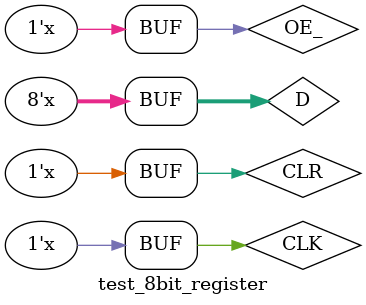
<source format=v>
`timescale 1ns / 1ps


module test_8bit_register;
    reg CLR, CLK, OE_;
    reg [7:0] D;
    wire [7:0] Q;

    bit8_register bit8_r0(CLR, CLK, OE_, D, Q);

    initial begin
        #10 CLK = 0;
        #10 {OE_, CLR, D} = 10'b1000000000;
        #10 {OE_, CLR, D} = 10'b0100000000;
        #10 CLR = 0;
    end

    always #10 CLK = ~CLK;

    always #20 D = D + 1'b1;
    always #30 OE_ = ~OE_;
    always #90 CLR = ~CLR;
    
endmodule

</source>
